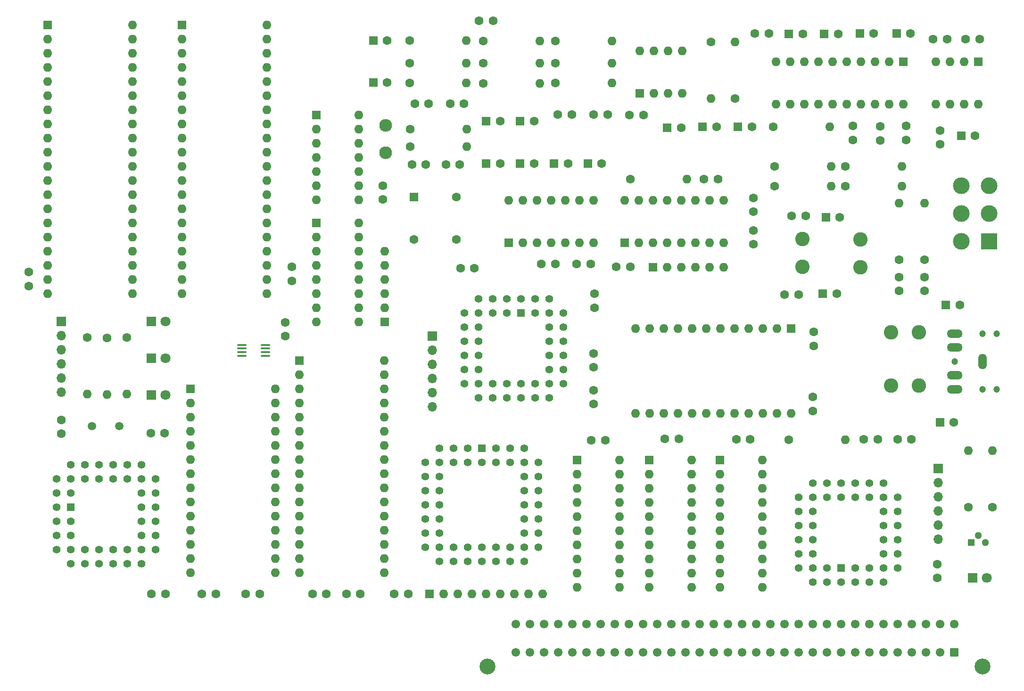
<source format=gts>
G04 #@! TF.GenerationSoftware,KiCad,Pcbnew,8.0.2*
G04 #@! TF.CreationDate,2024-05-24T13:25:02+01:00*
G04 #@! TF.ProjectId,AudioYM2151V2,41756469-6f59-44d3-9231-353156322e6b,rev?*
G04 #@! TF.SameCoordinates,Original*
G04 #@! TF.FileFunction,Soldermask,Top*
G04 #@! TF.FilePolarity,Negative*
%FSLAX46Y46*%
G04 Gerber Fmt 4.6, Leading zero omitted, Abs format (unit mm)*
G04 Created by KiCad (PCBNEW 8.0.2) date 2024-05-24 13:25:02*
%MOMM*%
%LPD*%
G01*
G04 APERTURE LIST*
G04 Aperture macros list*
%AMRoundRect*
0 Rectangle with rounded corners*
0 $1 Rounding radius*
0 $2 $3 $4 $5 $6 $7 $8 $9 X,Y pos of 4 corners*
0 Add a 4 corners polygon primitive as box body*
4,1,4,$2,$3,$4,$5,$6,$7,$8,$9,$2,$3,0*
0 Add four circle primitives for the rounded corners*
1,1,$1+$1,$2,$3*
1,1,$1+$1,$4,$5*
1,1,$1+$1,$6,$7*
1,1,$1+$1,$8,$9*
0 Add four rect primitives between the rounded corners*
20,1,$1+$1,$2,$3,$4,$5,0*
20,1,$1+$1,$4,$5,$6,$7,0*
20,1,$1+$1,$6,$7,$8,$9,0*
20,1,$1+$1,$8,$9,$2,$3,0*%
G04 Aperture macros list end*
%ADD10R,1.600000X1.600000*%
%ADD11O,1.600000X1.600000*%
%ADD12C,1.600000*%
%ADD13C,1.500000*%
%ADD14C,2.600000*%
%ADD15R,1.422400X1.422400*%
%ADD16C,1.422400*%
%ADD17R,3.000000X3.000000*%
%ADD18C,3.000000*%
%ADD19RoundRect,0.100000X-0.712500X-0.100000X0.712500X-0.100000X0.712500X0.100000X-0.712500X0.100000X0*%
%ADD20C,1.200000*%
%ADD21O,1.504000X2.804000*%
%ADD22O,2.804000X1.504000*%
%ADD23C,2.300000*%
%ADD24R,1.700000X1.700000*%
%ADD25O,1.700000X1.700000*%
%ADD26R,1.800000X1.800000*%
%ADD27C,1.800000*%
%ADD28R,1.300000X1.300000*%
%ADD29C,1.300000*%
%ADD30C,2.850000*%
%ADD31RoundRect,0.249999X0.525001X0.525001X-0.525001X0.525001X-0.525001X-0.525001X0.525001X-0.525001X0*%
%ADD32C,1.550000*%
G04 APERTURE END LIST*
D10*
X123190000Y-97332800D03*
D11*
X123190000Y-99872800D03*
X123190000Y-102412800D03*
X123190000Y-104952800D03*
X123190000Y-107492800D03*
X123190000Y-110032800D03*
X123190000Y-112572800D03*
X123190000Y-115112800D03*
X123190000Y-117652800D03*
X123190000Y-120192800D03*
X123190000Y-122732800D03*
X123190000Y-125272800D03*
X123190000Y-127812800D03*
X123190000Y-130352800D03*
X138430000Y-130352800D03*
X138430000Y-127812800D03*
X138430000Y-125272800D03*
X138430000Y-122732800D03*
X138430000Y-120192800D03*
X138430000Y-117652800D03*
X138430000Y-115112800D03*
X138430000Y-112572800D03*
X138430000Y-110032800D03*
X138430000Y-107492800D03*
X138430000Y-104952800D03*
X138430000Y-102412800D03*
X138430000Y-99872800D03*
X138430000Y-97332800D03*
D10*
X176316000Y-56896000D03*
D12*
X178816000Y-56896000D03*
D13*
X105500000Y-104013000D03*
X110400000Y-104013000D03*
D14*
X243502000Y-70454000D03*
X243502000Y-75454000D03*
D12*
X262890000Y-118618000D03*
D11*
X262890000Y-108458000D03*
D10*
X250000888Y-33528000D03*
D12*
X252500888Y-33528000D03*
D10*
X230691888Y-33538000D03*
D12*
X233191888Y-33538000D03*
X111760000Y-88138000D03*
D11*
X111760000Y-98298000D03*
D10*
X156046288Y-34772600D03*
D12*
X158546288Y-34772600D03*
D10*
X243396888Y-33528000D03*
D12*
X245896888Y-33528000D03*
X223723200Y-106375200D03*
X221223200Y-106375200D03*
X202184000Y-59690000D03*
D11*
X212344000Y-59690000D03*
D10*
X182412000Y-56896000D03*
D12*
X184912000Y-56896000D03*
D10*
X205587600Y-110134400D03*
D11*
X205587600Y-112674400D03*
X205587600Y-115214400D03*
X205587600Y-117754400D03*
X205587600Y-120294400D03*
X205587600Y-122834400D03*
X205587600Y-125374400D03*
X205587600Y-127914400D03*
X205587600Y-130454400D03*
X205587600Y-132994400D03*
X213207600Y-132994400D03*
X213207600Y-130454400D03*
X213207600Y-127914400D03*
X213207600Y-125374400D03*
X213207600Y-122834400D03*
X213207600Y-120294400D03*
X213207600Y-117754400D03*
X213207600Y-115214400D03*
X213207600Y-112674400D03*
X213207600Y-110134400D03*
D12*
X175046000Y-31242000D03*
X177546000Y-31242000D03*
D10*
X257810000Y-103378000D03*
D12*
X260310000Y-103378000D03*
X224282000Y-68874000D03*
X224282000Y-71374000D03*
X175768000Y-38862000D03*
D11*
X185928000Y-38862000D03*
D10*
X203860400Y-44221400D03*
D11*
X206400400Y-44221400D03*
X208940400Y-44221400D03*
X211480400Y-44221400D03*
X211480400Y-36601400D03*
X208940400Y-36601400D03*
X206400400Y-36601400D03*
X203860400Y-36601400D03*
D12*
X228092000Y-60960000D03*
D11*
X238252000Y-60960000D03*
D10*
X231075000Y-86475000D03*
D11*
X228535000Y-86475000D03*
X225995000Y-86475000D03*
X223455000Y-86475000D03*
X220915000Y-86475000D03*
X218375000Y-86475000D03*
X215835000Y-86475000D03*
X213295000Y-86475000D03*
X210755000Y-86475000D03*
X208215000Y-86475000D03*
X205675000Y-86475000D03*
X203135000Y-86475000D03*
X203135000Y-101715000D03*
X205675000Y-101715000D03*
X208215000Y-101715000D03*
X210755000Y-101715000D03*
X213295000Y-101715000D03*
X215835000Y-101715000D03*
X218375000Y-101715000D03*
X220915000Y-101715000D03*
X223455000Y-101715000D03*
X225995000Y-101715000D03*
X228535000Y-101715000D03*
X231075000Y-101715000D03*
D10*
X261600000Y-51900000D03*
D12*
X264100000Y-51900000D03*
X257302000Y-128818000D03*
X257302000Y-131318000D03*
D10*
X201168000Y-71120000D03*
D11*
X203708000Y-71120000D03*
X206248000Y-71120000D03*
X208788000Y-71120000D03*
X211328000Y-71120000D03*
X213868000Y-71120000D03*
X216408000Y-71120000D03*
X218948000Y-71120000D03*
X218948000Y-63500000D03*
X216408000Y-63500000D03*
X213868000Y-63500000D03*
X211328000Y-63500000D03*
X208788000Y-63500000D03*
X206248000Y-63500000D03*
X203708000Y-63500000D03*
X201168000Y-63500000D03*
D15*
X182524400Y-83693000D03*
D16*
X179984400Y-81153000D03*
X179984400Y-83693000D03*
X177444400Y-81153000D03*
X177444400Y-83693000D03*
X174904400Y-81153000D03*
X172364400Y-83693000D03*
X174904400Y-83693000D03*
X172364400Y-86233000D03*
X174904400Y-86233000D03*
X172364400Y-88773000D03*
X174904400Y-88773000D03*
X172364400Y-91313000D03*
X174904400Y-91313000D03*
X172364400Y-93853000D03*
X174904400Y-93853000D03*
X172364400Y-96393000D03*
X174904400Y-98933000D03*
X174904400Y-96393000D03*
X177444400Y-98933000D03*
X177444400Y-96393000D03*
X179984400Y-98933000D03*
X179984400Y-96393000D03*
X182524400Y-98933000D03*
X182524400Y-96393000D03*
X185064400Y-98933000D03*
X185064400Y-96393000D03*
X187604400Y-98933000D03*
X190144400Y-96393000D03*
X187604400Y-96393000D03*
X190144400Y-93853000D03*
X187604400Y-93853000D03*
X190144400Y-91313000D03*
X187604400Y-91313000D03*
X190144400Y-88773000D03*
X187604400Y-88773000D03*
X190144400Y-86233000D03*
X187604400Y-86233000D03*
X190144400Y-83693000D03*
X187604400Y-81153000D03*
X187604400Y-83693000D03*
X185064400Y-81153000D03*
X185064400Y-83693000D03*
X182524400Y-81153000D03*
D12*
X256580000Y-34544000D03*
X259080000Y-34544000D03*
X240792000Y-57404000D03*
D11*
X250952000Y-57404000D03*
D12*
X162560000Y-34798000D03*
D11*
X172720000Y-34798000D03*
D12*
X229910000Y-80400000D03*
X232410000Y-80400000D03*
D15*
X101700000Y-118540000D03*
D16*
X99160000Y-121080000D03*
X101700000Y-121080000D03*
X99160000Y-123620000D03*
X101700000Y-123620000D03*
X99160000Y-126160000D03*
X101700000Y-128700000D03*
X101700000Y-126160000D03*
X104240000Y-128700000D03*
X104240000Y-126160000D03*
X106780000Y-128700000D03*
X106780000Y-126160000D03*
X109320000Y-128700000D03*
X109320000Y-126160000D03*
X111860000Y-128700000D03*
X111860000Y-126160000D03*
X114400000Y-128700000D03*
X116940000Y-126160000D03*
X114400000Y-126160000D03*
X116940000Y-123620000D03*
X114400000Y-123620000D03*
X116940000Y-121080000D03*
X114400000Y-121080000D03*
X116940000Y-118540000D03*
X114400000Y-118540000D03*
X116940000Y-116000000D03*
X114400000Y-116000000D03*
X116940000Y-113460000D03*
X114400000Y-110920000D03*
X114400000Y-113460000D03*
X111860000Y-110920000D03*
X111860000Y-113460000D03*
X109320000Y-110920000D03*
X109320000Y-113460000D03*
X106780000Y-110920000D03*
X106780000Y-113460000D03*
X104240000Y-110920000D03*
X104240000Y-113460000D03*
X101700000Y-110920000D03*
X99160000Y-113460000D03*
X101700000Y-113460000D03*
X99160000Y-116000000D03*
X101700000Y-116000000D03*
X99160000Y-118540000D03*
D10*
X264668000Y-38608000D03*
D11*
X262128000Y-38608000D03*
X259588000Y-38608000D03*
X257048000Y-38608000D03*
X257048000Y-46228000D03*
X259588000Y-46228000D03*
X262128000Y-46228000D03*
X264668000Y-46228000D03*
D12*
X162687000Y-50687000D03*
D11*
X172847000Y-50687000D03*
D12*
X224576000Y-33528000D03*
X227076000Y-33528000D03*
D10*
X188508000Y-56896000D03*
D12*
X191008000Y-56896000D03*
D10*
X237041888Y-33538000D03*
D12*
X239541888Y-33538000D03*
D17*
X266658000Y-70802000D03*
D18*
X266658000Y-65802000D03*
X266658000Y-60802000D03*
X261658000Y-70802000D03*
X261658000Y-65802000D03*
X261658000Y-60802000D03*
D10*
X221528000Y-50292000D03*
D12*
X224028000Y-50292000D03*
X247100000Y-52700000D03*
X247100000Y-50200000D03*
X175768000Y-42432000D03*
D11*
X185928000Y-42432000D03*
D12*
X188722000Y-38862000D03*
D11*
X198882000Y-38862000D03*
D19*
X132455400Y-89415200D03*
X132455400Y-90065200D03*
X132455400Y-90715200D03*
X132455400Y-91365200D03*
X136680400Y-91365200D03*
X136680400Y-90715200D03*
X136680400Y-90065200D03*
X136680400Y-89415200D03*
D12*
X195808600Y-82764000D03*
X195808600Y-80264000D03*
D10*
X176316000Y-49276000D03*
D12*
X178816000Y-49276000D03*
X242200000Y-52600000D03*
X242200000Y-50100000D03*
D10*
X194564000Y-56896000D03*
D12*
X197064000Y-56896000D03*
D10*
X97536000Y-32004000D03*
D11*
X97536000Y-34544000D03*
X97536000Y-37084000D03*
X97536000Y-39624000D03*
X97536000Y-42164000D03*
X97536000Y-44704000D03*
X97536000Y-47244000D03*
X97536000Y-49784000D03*
X97536000Y-52324000D03*
X97536000Y-54864000D03*
X97536000Y-57404000D03*
X97536000Y-59944000D03*
X97536000Y-62484000D03*
X97536000Y-65024000D03*
X97536000Y-67564000D03*
X97536000Y-70104000D03*
X97536000Y-72644000D03*
X97536000Y-75184000D03*
X97536000Y-77724000D03*
X97536000Y-80264000D03*
X112776000Y-80264000D03*
X112776000Y-77724000D03*
X112776000Y-75184000D03*
X112776000Y-72644000D03*
X112776000Y-70104000D03*
X112776000Y-67564000D03*
X112776000Y-65024000D03*
X112776000Y-62484000D03*
X112776000Y-59944000D03*
X112776000Y-57404000D03*
X112776000Y-54864000D03*
X112776000Y-52324000D03*
X112776000Y-49784000D03*
X112776000Y-47244000D03*
X112776000Y-44704000D03*
X112776000Y-42164000D03*
X112776000Y-39624000D03*
X112776000Y-37084000D03*
X112776000Y-34544000D03*
X112776000Y-32004000D03*
D14*
X249000000Y-96774000D03*
X254000000Y-96774000D03*
D12*
X163489000Y-46101000D03*
X165989000Y-46101000D03*
D10*
X180340000Y-71120000D03*
D11*
X182880000Y-71120000D03*
X185420000Y-71120000D03*
X187960000Y-71120000D03*
X190500000Y-71120000D03*
X193040000Y-71120000D03*
X195580000Y-71120000D03*
X195580000Y-63500000D03*
X193040000Y-63500000D03*
X190500000Y-63500000D03*
X187960000Y-63500000D03*
X185420000Y-63500000D03*
X182880000Y-63500000D03*
X180340000Y-63500000D03*
D12*
X250190000Y-106426000D03*
X252690000Y-106426000D03*
X189193800Y-48082200D03*
X191693800Y-48082200D03*
D10*
X145796000Y-48133000D03*
D11*
X145796000Y-50673000D03*
X145796000Y-53213000D03*
X145796000Y-55753000D03*
X145796000Y-58293000D03*
X145796000Y-60833000D03*
X145796000Y-63373000D03*
X153416000Y-63373000D03*
X153416000Y-60833000D03*
X153416000Y-58293000D03*
X153416000Y-55753000D03*
X153416000Y-53213000D03*
X153416000Y-50673000D03*
X153416000Y-48133000D03*
D10*
X145796000Y-67564000D03*
D11*
X145796000Y-70104000D03*
X145796000Y-72644000D03*
X145796000Y-75184000D03*
X145796000Y-77724000D03*
X145796000Y-80264000D03*
X145796000Y-82804000D03*
X145796000Y-85344000D03*
X153416000Y-85344000D03*
X153416000Y-82804000D03*
X153416000Y-80264000D03*
X153416000Y-77724000D03*
X153416000Y-75184000D03*
X153416000Y-72644000D03*
X153416000Y-70104000D03*
X153416000Y-67564000D03*
D12*
X267208000Y-118618000D03*
D11*
X267208000Y-108458000D03*
D12*
X244134000Y-106426000D03*
X246634000Y-106426000D03*
D10*
X215178000Y-50292000D03*
D12*
X217678000Y-50292000D03*
X99986000Y-105410000D03*
X99986000Y-102910000D03*
D10*
X192633600Y-110134400D03*
D11*
X192633600Y-112674400D03*
X192633600Y-115214400D03*
X192633600Y-117754400D03*
X192633600Y-120294400D03*
X192633600Y-122834400D03*
X192633600Y-125374400D03*
X192633600Y-127914400D03*
X192633600Y-130454400D03*
X192633600Y-132994400D03*
X200253600Y-132994400D03*
X200253600Y-130454400D03*
X200253600Y-127914400D03*
X200253600Y-125374400D03*
X200253600Y-122834400D03*
X200253600Y-120294400D03*
X200253600Y-117754400D03*
X200253600Y-115214400D03*
X200253600Y-112674400D03*
X200253600Y-110134400D03*
D12*
X255016000Y-74168000D03*
D11*
X255016000Y-64008000D03*
D12*
X125262000Y-134162800D03*
X127762000Y-134162800D03*
D20*
X265470000Y-97416000D03*
X267970000Y-97416000D03*
X260470000Y-92416000D03*
X265470000Y-87416000D03*
X267970000Y-87416000D03*
D21*
X265470000Y-92416000D03*
D22*
X260470000Y-87416000D03*
X260470000Y-97416000D03*
X260470000Y-89916000D03*
X260470000Y-94916000D03*
D12*
X116078000Y-105283000D03*
X118578000Y-105283000D03*
X151200800Y-134162800D03*
X153700800Y-134162800D03*
D23*
X158242000Y-54938000D03*
X158242000Y-50038000D03*
D15*
X175524800Y-108000800D03*
D16*
X175524800Y-110540800D03*
X172984800Y-108000800D03*
X172984800Y-110540800D03*
X170444800Y-108000800D03*
X170444800Y-110540800D03*
X167904800Y-108000800D03*
X165364800Y-110540800D03*
X167904800Y-110540800D03*
X165364800Y-113080800D03*
X167904800Y-113080800D03*
X165364800Y-115620800D03*
X167904800Y-115620800D03*
X165364800Y-118160800D03*
X167904800Y-118160800D03*
X165364800Y-120700800D03*
X167904800Y-120700800D03*
X165364800Y-123240800D03*
X167904800Y-123240800D03*
X165364800Y-125780800D03*
X167904800Y-128320800D03*
X167904800Y-125780800D03*
X170444800Y-128320800D03*
X170444800Y-125780800D03*
X172984800Y-128320800D03*
X172984800Y-125780800D03*
X175524800Y-128320800D03*
X175524800Y-125780800D03*
X178064800Y-128320800D03*
X178064800Y-125780800D03*
X180604800Y-128320800D03*
X180604800Y-125780800D03*
X183144800Y-128320800D03*
X185684800Y-125780800D03*
X183144800Y-125780800D03*
X185684800Y-123240800D03*
X183144800Y-123240800D03*
X185684800Y-120700800D03*
X183144800Y-120700800D03*
X185684800Y-118160800D03*
X183144800Y-118160800D03*
X185684800Y-115620800D03*
X183144800Y-115620800D03*
X185684800Y-113080800D03*
X183144800Y-113080800D03*
X185684800Y-110540800D03*
X183144800Y-108000800D03*
X183144800Y-110540800D03*
X180604800Y-108000800D03*
X180604800Y-110540800D03*
X178064800Y-108000800D03*
X178064800Y-110540800D03*
D12*
X262422000Y-34544000D03*
X264922000Y-34544000D03*
D10*
X236768000Y-80264000D03*
D12*
X239268000Y-80264000D03*
X217932000Y-59690000D03*
X215432000Y-59690000D03*
X108204000Y-88163400D03*
D11*
X108204000Y-98323400D03*
D12*
X104648000Y-88138000D03*
D11*
X104648000Y-98298000D03*
D12*
X169077000Y-57023000D03*
X171577000Y-57023000D03*
D10*
X258866000Y-82296000D03*
D12*
X261366000Y-82296000D03*
D24*
X257454400Y-111607600D03*
D25*
X257454400Y-114147600D03*
X257454400Y-116687600D03*
X257454400Y-119227600D03*
X257454400Y-121767600D03*
X257454400Y-124307600D03*
D26*
X116205000Y-91821000D03*
D27*
X118745000Y-91821000D03*
D10*
X156032200Y-42316400D03*
D12*
X158532200Y-42316400D03*
X250444000Y-79756000D03*
X250444000Y-77256000D03*
X169849800Y-46101000D03*
X172349800Y-46101000D03*
X157734000Y-63333000D03*
X157734000Y-60833000D03*
X188722000Y-42418000D03*
D11*
X198882000Y-42418000D03*
D26*
X116205000Y-98425000D03*
D27*
X118745000Y-98425000D03*
D12*
X250444000Y-74168000D03*
D11*
X250444000Y-64008000D03*
D12*
X216662000Y-35052000D03*
D11*
X216662000Y-45212000D03*
D12*
X195580000Y-97576000D03*
X195580000Y-100076000D03*
D24*
X166624000Y-87884000D03*
D25*
X166624000Y-90424000D03*
X166624000Y-92964000D03*
X166624000Y-95504000D03*
X166624000Y-98044000D03*
X166624000Y-100584000D03*
D12*
X220980000Y-45212000D03*
D11*
X220980000Y-35052000D03*
D12*
X162560000Y-38862000D03*
D11*
X172720000Y-38862000D03*
D10*
X218287600Y-110134400D03*
D11*
X218287600Y-112674400D03*
X218287600Y-115214400D03*
X218287600Y-117754400D03*
X218287600Y-120294400D03*
X218287600Y-122834400D03*
X218287600Y-125374400D03*
X218287600Y-127914400D03*
X218287600Y-130454400D03*
X218287600Y-132994400D03*
X225907600Y-132994400D03*
X225907600Y-130454400D03*
X225907600Y-127914400D03*
X225907600Y-125374400D03*
X225907600Y-122834400D03*
X225907600Y-120294400D03*
X225907600Y-117754400D03*
X225907600Y-115214400D03*
X225907600Y-112674400D03*
X225907600Y-110134400D03*
D12*
X230632000Y-106451400D03*
D11*
X240792000Y-106451400D03*
D15*
X240055400Y-129540000D03*
D16*
X242595400Y-132080000D03*
X242595400Y-129540000D03*
X245135400Y-132080000D03*
X245135400Y-129540000D03*
X247675400Y-132080000D03*
X250215400Y-129540000D03*
X247675400Y-129540000D03*
X250215400Y-127000000D03*
X247675400Y-127000000D03*
X250215400Y-124460000D03*
X247675400Y-124460000D03*
X250215400Y-121920000D03*
X247675400Y-121920000D03*
X250215400Y-119380000D03*
X247675400Y-119380000D03*
X250215400Y-116840000D03*
X247675400Y-114300000D03*
X247675400Y-116840000D03*
X245135400Y-114300000D03*
X245135400Y-116840000D03*
X242595400Y-114300000D03*
X242595400Y-116840000D03*
X240055400Y-114300000D03*
X240055400Y-116840000D03*
X237515400Y-114300000D03*
X237515400Y-116840000D03*
X234975400Y-114300000D03*
X232435400Y-116840000D03*
X234975400Y-116840000D03*
X232435400Y-119380000D03*
X234975400Y-119380000D03*
X232435400Y-121920000D03*
X234975400Y-121920000D03*
X232435400Y-124460000D03*
X234975400Y-124460000D03*
X232435400Y-127000000D03*
X234975400Y-127000000D03*
X232435400Y-129540000D03*
X234975400Y-132080000D03*
X234975400Y-129540000D03*
X237515400Y-132080000D03*
X237515400Y-129540000D03*
X240055400Y-132080000D03*
D12*
X118700000Y-134200000D03*
X116200000Y-134200000D03*
D10*
X237300888Y-66548000D03*
D12*
X239800888Y-66548000D03*
X133136000Y-134162800D03*
X135636000Y-134162800D03*
X140208000Y-87884000D03*
X140208000Y-85384000D03*
X231180000Y-66294000D03*
X233680000Y-66294000D03*
X228092000Y-57404000D03*
D11*
X238252000Y-57404000D03*
D12*
X188722000Y-74930000D03*
X186222000Y-74930000D03*
X224282000Y-63032000D03*
X224282000Y-65532000D03*
D10*
X142798800Y-92252800D03*
D11*
X142798800Y-94792800D03*
X142798800Y-97332800D03*
X142798800Y-99872800D03*
X142798800Y-102412800D03*
X142798800Y-104952800D03*
X142798800Y-107492800D03*
X142798800Y-110032800D03*
X142798800Y-112572800D03*
X142798800Y-115112800D03*
X142798800Y-117652800D03*
X142798800Y-120192800D03*
X142798800Y-122732800D03*
X142798800Y-125272800D03*
X142798800Y-127812800D03*
X142798800Y-130352800D03*
X158038800Y-130352800D03*
X158038800Y-127812800D03*
X158038800Y-125272800D03*
X158038800Y-122732800D03*
X158038800Y-120192800D03*
X158038800Y-117652800D03*
X158038800Y-115112800D03*
X158038800Y-112572800D03*
X158038800Y-110032800D03*
X158038800Y-107492800D03*
X158038800Y-104952800D03*
X158038800Y-102412800D03*
X158038800Y-99872800D03*
X158038800Y-97332800D03*
X158038800Y-94792800D03*
X158038800Y-92252800D03*
D10*
X158130400Y-85328600D03*
D11*
X158130400Y-82788600D03*
X158130400Y-80248600D03*
X158130400Y-77708600D03*
X158130400Y-75168600D03*
X158130400Y-72628600D03*
D12*
X199684000Y-75438000D03*
X202184000Y-75438000D03*
X94183200Y-78841600D03*
X94183200Y-76341600D03*
X251700000Y-52600000D03*
X251700000Y-50100000D03*
X235000000Y-98800000D03*
X235000000Y-101300000D03*
X235100000Y-87100000D03*
X235100000Y-89600000D03*
X257800000Y-50900000D03*
X257800000Y-53400000D03*
X227838000Y-50292000D03*
D11*
X237998000Y-50292000D03*
D12*
X175768000Y-34812000D03*
D11*
X185928000Y-34812000D03*
D12*
X162687000Y-53848000D03*
D11*
X172847000Y-53848000D03*
D10*
X251206000Y-38608000D03*
D11*
X248666000Y-38608000D03*
X246126000Y-38608000D03*
X243586000Y-38608000D03*
X241046000Y-38608000D03*
X238506000Y-38608000D03*
X235966000Y-38608000D03*
X233426000Y-38608000D03*
X230886000Y-38608000D03*
X228346000Y-38608000D03*
X228346000Y-46228000D03*
X230886000Y-46228000D03*
X233426000Y-46228000D03*
X235966000Y-46228000D03*
X238506000Y-46228000D03*
X241046000Y-46228000D03*
X243586000Y-46228000D03*
X246126000Y-46228000D03*
X248666000Y-46228000D03*
X251206000Y-46228000D03*
D10*
X163322000Y-62865000D03*
D12*
X163322000Y-70485000D03*
X170942000Y-70485000D03*
X170942000Y-62865000D03*
D26*
X263652000Y-131318000D03*
D27*
X266192000Y-131318000D03*
D12*
X195580000Y-90972000D03*
X195580000Y-93472000D03*
X188722000Y-34812000D03*
D11*
X198882000Y-34812000D03*
D28*
X263398000Y-124968000D03*
D29*
X264668000Y-123698000D03*
X265938000Y-124968000D03*
D12*
X145104800Y-134162800D03*
X147604800Y-134162800D03*
D14*
X249000000Y-87172800D03*
X254000000Y-87172800D03*
D12*
X240792000Y-60960000D03*
D11*
X250952000Y-60960000D03*
D12*
X162560000Y-42418000D03*
D11*
X172720000Y-42418000D03*
D12*
X255016000Y-79756000D03*
X255016000Y-77256000D03*
D10*
X206273400Y-75488800D03*
D11*
X208813400Y-75488800D03*
X211353400Y-75488800D03*
X213893400Y-75488800D03*
X216433400Y-75488800D03*
X218973400Y-75488800D03*
D24*
X99999800Y-85191600D03*
D25*
X99999800Y-87731600D03*
X99999800Y-90271600D03*
X99999800Y-92811600D03*
X99999800Y-95351600D03*
X99999800Y-97891600D03*
D12*
X162981000Y-57023000D03*
X165481000Y-57023000D03*
X141427200Y-75427200D03*
X141427200Y-77927200D03*
D10*
X182412000Y-49276000D03*
D12*
X184912000Y-49276000D03*
X202071600Y-48133000D03*
X204571600Y-48133000D03*
D10*
X166126800Y-134162800D03*
D11*
X168666800Y-134162800D03*
X171206800Y-134162800D03*
X173746800Y-134162800D03*
X176286800Y-134162800D03*
X178826800Y-134162800D03*
X181366800Y-134162800D03*
X183906800Y-134162800D03*
X186446800Y-134162800D03*
D10*
X121666000Y-32004000D03*
D11*
X121666000Y-34544000D03*
X121666000Y-37084000D03*
X121666000Y-39624000D03*
X121666000Y-42164000D03*
X121666000Y-44704000D03*
X121666000Y-47244000D03*
X121666000Y-49784000D03*
X121666000Y-52324000D03*
X121666000Y-54864000D03*
X121666000Y-57404000D03*
X121666000Y-59944000D03*
X121666000Y-62484000D03*
X121666000Y-65024000D03*
X121666000Y-67564000D03*
X121666000Y-70104000D03*
X121666000Y-72644000D03*
X121666000Y-75184000D03*
X121666000Y-77724000D03*
X121666000Y-80264000D03*
X136906000Y-80264000D03*
X136906000Y-77724000D03*
X136906000Y-75184000D03*
X136906000Y-72644000D03*
X136906000Y-70104000D03*
X136906000Y-67564000D03*
X136906000Y-65024000D03*
X136906000Y-62484000D03*
X136906000Y-59944000D03*
X136906000Y-57404000D03*
X136906000Y-54864000D03*
X136906000Y-52324000D03*
X136906000Y-49784000D03*
X136906000Y-47244000D03*
X136906000Y-44704000D03*
X136906000Y-42164000D03*
X136906000Y-39624000D03*
X136906000Y-37084000D03*
X136906000Y-34544000D03*
X136906000Y-32004000D03*
D12*
X171704000Y-75692000D03*
X174204000Y-75692000D03*
D14*
X233088000Y-70414000D03*
X233088000Y-75414000D03*
D26*
X116205000Y-85217000D03*
D27*
X118745000Y-85217000D03*
D12*
X195605400Y-48082200D03*
X198105400Y-48082200D03*
D30*
X265430000Y-147220000D03*
X176530000Y-147220000D03*
D31*
X260350000Y-144680000D03*
D32*
X257810000Y-144680000D03*
X255270000Y-144680000D03*
X252730000Y-144680000D03*
X250190000Y-144680000D03*
X247650000Y-144680000D03*
X245110000Y-144680000D03*
X242570000Y-144680000D03*
X240030000Y-144680000D03*
X237490000Y-144680000D03*
X234950000Y-144680000D03*
X232410000Y-144680000D03*
X229870000Y-144680000D03*
X227330000Y-144680000D03*
X224790000Y-144680000D03*
X222250000Y-144680000D03*
X219710000Y-144680000D03*
X217170000Y-144680000D03*
X214630000Y-144680000D03*
X212090000Y-144680000D03*
X209550000Y-144680000D03*
X207010000Y-144680000D03*
X204470000Y-144680000D03*
X201930000Y-144680000D03*
X199390000Y-144680000D03*
X196850000Y-144680000D03*
X194310000Y-144680000D03*
X191770000Y-144680000D03*
X189230000Y-144680000D03*
X186690000Y-144680000D03*
X184150000Y-144680000D03*
X181610000Y-144680000D03*
X260350000Y-139600000D03*
X257810000Y-139600000D03*
X255270000Y-139600000D03*
X252730000Y-139600000D03*
X250190000Y-139600000D03*
X247650000Y-139600000D03*
X245110000Y-139600000D03*
X242570000Y-139600000D03*
X240030000Y-139600000D03*
X237490000Y-139600000D03*
X234950000Y-139600000D03*
X232410000Y-139600000D03*
X229870000Y-139600000D03*
X227330000Y-139600000D03*
X224790000Y-139600000D03*
X222250000Y-139600000D03*
X219710000Y-139600000D03*
X217170000Y-139600000D03*
X214630000Y-139600000D03*
X212090000Y-139600000D03*
X209550000Y-139600000D03*
X207010000Y-139600000D03*
X204470000Y-139600000D03*
X201930000Y-139600000D03*
X199390000Y-139600000D03*
X196850000Y-139600000D03*
X194310000Y-139600000D03*
X191770000Y-139600000D03*
X189230000Y-139600000D03*
X186690000Y-139600000D03*
X184150000Y-139600000D03*
X181610000Y-139600000D03*
D12*
X210921600Y-106324400D03*
X208421600Y-106324400D03*
X197713600Y-106578400D03*
X195213600Y-106578400D03*
D10*
X208828000Y-50419000D03*
D12*
X211328000Y-50419000D03*
X195072000Y-74930000D03*
X192572000Y-74930000D03*
X159816800Y-134162800D03*
X162316800Y-134162800D03*
M02*

</source>
